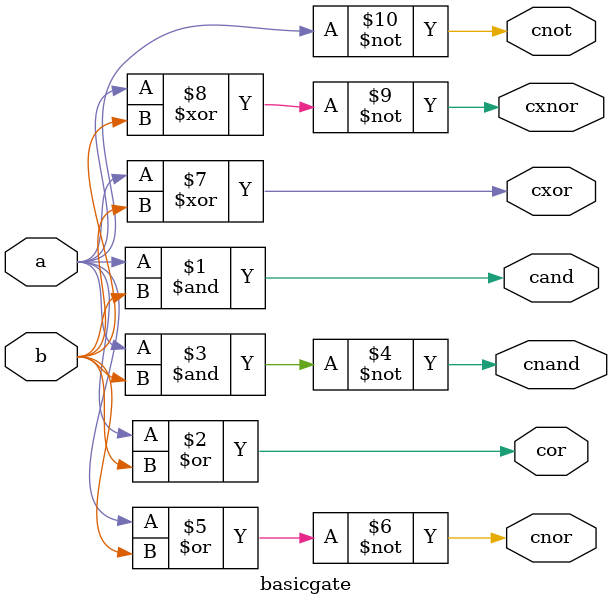
<source format=v>
module basicgate(a,b,cand,cor,cnot,cnand,cnor,cxor,cxnor);
  input a,b;
  output cand,cor,cnot,cnand,cnor,cxor,cxnor;
  and a1(cand,a,b);
  or a2(cor,a,b);
  not a3(cnot,a);
  nand a4(cnand,a,b);
  nor a5(cnor,a,b);
  xor a6(cxor,a,b);
  xnor a7(cxnor,a,b);
endmodule

</source>
